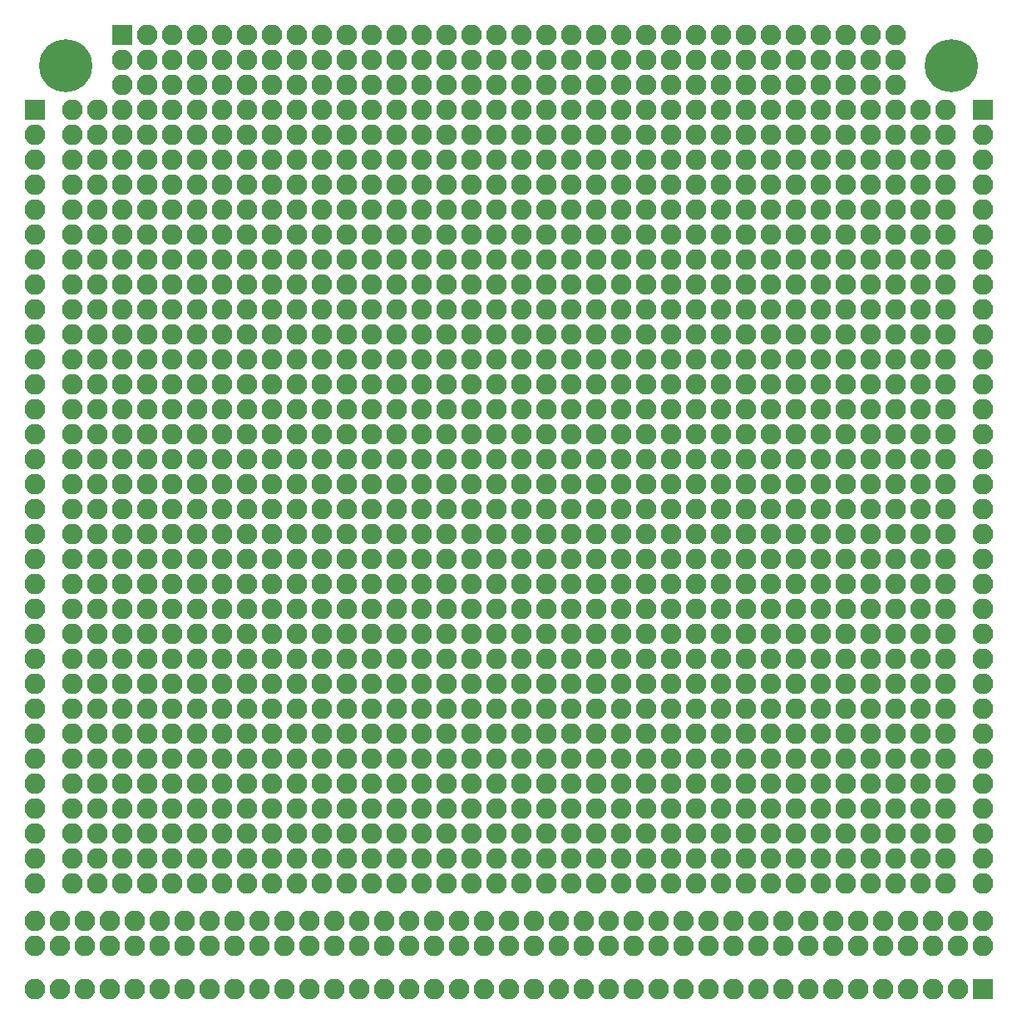
<source format=gts>
G04 #@! TF.FileFunction,Soldermask,Top*
%FSLAX46Y46*%
G04 Gerber Fmt 4.6, Leading zero omitted, Abs format (unit mm)*
G04 Created by KiCad (PCBNEW 4.0.7) date 02/09/19 17:10:25*
%MOMM*%
%LPD*%
G01*
G04 APERTURE LIST*
%ADD10C,0.100000*%
%ADD11R,2.100000X2.100000*%
%ADD12O,2.100000X2.100000*%
%ADD13C,5.400000*%
G04 APERTURE END LIST*
D10*
D11*
X110490000Y-42545000D03*
D12*
X113030000Y-42545000D03*
X115570000Y-42545000D03*
X118110000Y-42545000D03*
X120650000Y-42545000D03*
X123190000Y-42545000D03*
X125730000Y-42545000D03*
X128270000Y-42545000D03*
X130810000Y-42545000D03*
X133350000Y-42545000D03*
X135890000Y-42545000D03*
X138430000Y-42545000D03*
X140970000Y-42545000D03*
X143510000Y-42545000D03*
X146050000Y-42545000D03*
X148590000Y-42545000D03*
X151130000Y-42545000D03*
X153670000Y-42545000D03*
X156210000Y-42545000D03*
X158750000Y-42545000D03*
X161290000Y-42545000D03*
X163830000Y-42545000D03*
X166370000Y-42545000D03*
X168910000Y-42545000D03*
X171450000Y-42545000D03*
X173990000Y-42545000D03*
X176530000Y-42545000D03*
X179070000Y-42545000D03*
X181610000Y-42545000D03*
X184150000Y-42545000D03*
X186690000Y-42545000D03*
X189230000Y-42545000D03*
D11*
X198120000Y-139700000D03*
D12*
X195580000Y-139700000D03*
X193040000Y-139700000D03*
X190500000Y-139700000D03*
X187960000Y-139700000D03*
X185420000Y-139700000D03*
X182880000Y-139700000D03*
X180340000Y-139700000D03*
X177800000Y-139700000D03*
X175260000Y-139700000D03*
X172720000Y-139700000D03*
X170180000Y-139700000D03*
X167640000Y-139700000D03*
X165100000Y-139700000D03*
X162560000Y-139700000D03*
X160020000Y-139700000D03*
X157480000Y-139700000D03*
X154940000Y-139700000D03*
X152400000Y-139700000D03*
X149860000Y-139700000D03*
X147320000Y-139700000D03*
X144780000Y-139700000D03*
X142240000Y-139700000D03*
X139700000Y-139700000D03*
X137160000Y-139700000D03*
X134620000Y-139700000D03*
X132080000Y-139700000D03*
X129540000Y-139700000D03*
X127000000Y-139700000D03*
X124460000Y-139700000D03*
X121920000Y-139700000D03*
X119380000Y-139700000D03*
X116840000Y-139700000D03*
X114300000Y-139700000D03*
X111760000Y-139700000D03*
X109220000Y-139700000D03*
X106680000Y-139700000D03*
X104140000Y-139700000D03*
X101600000Y-139700000D03*
D13*
X194945000Y-45720000D03*
X104775000Y-45720000D03*
D11*
X198120000Y-50165000D03*
D12*
X198120000Y-52705000D03*
X198120000Y-55245000D03*
X198120000Y-57785000D03*
X198120000Y-60325000D03*
X198120000Y-62865000D03*
X198120000Y-65405000D03*
X198120000Y-67945000D03*
X198120000Y-70485000D03*
X198120000Y-73025000D03*
X198120000Y-75565000D03*
X198120000Y-78105000D03*
X198120000Y-80645000D03*
X198120000Y-83185000D03*
X198120000Y-85725000D03*
X198120000Y-88265000D03*
X198120000Y-90805000D03*
X198120000Y-93345000D03*
X198120000Y-95885000D03*
X198120000Y-98425000D03*
X198120000Y-100965000D03*
X198120000Y-103505000D03*
X198120000Y-106045000D03*
X198120000Y-108585000D03*
X198120000Y-111125000D03*
X198120000Y-113665000D03*
X198120000Y-116205000D03*
X198120000Y-118745000D03*
X198120000Y-121285000D03*
X198120000Y-123825000D03*
X198120000Y-126365000D03*
X198120000Y-128905000D03*
D11*
X101600000Y-50165000D03*
D12*
X101600000Y-52705000D03*
X101600000Y-55245000D03*
X101600000Y-57785000D03*
X101600000Y-60325000D03*
X101600000Y-62865000D03*
X101600000Y-65405000D03*
X101600000Y-67945000D03*
X101600000Y-70485000D03*
X101600000Y-73025000D03*
X101600000Y-75565000D03*
X101600000Y-78105000D03*
X101600000Y-80645000D03*
X101600000Y-83185000D03*
X101600000Y-85725000D03*
X101600000Y-88265000D03*
X101600000Y-90805000D03*
X101600000Y-93345000D03*
X101600000Y-95885000D03*
X101600000Y-98425000D03*
X101600000Y-100965000D03*
X101600000Y-103505000D03*
X101600000Y-106045000D03*
X101600000Y-108585000D03*
X101600000Y-111125000D03*
X101600000Y-113665000D03*
X101600000Y-116205000D03*
X101600000Y-118745000D03*
X101600000Y-121285000D03*
X101600000Y-123825000D03*
X101600000Y-126365000D03*
X101600000Y-128905000D03*
X107950000Y-50165000D03*
X107950000Y-52705000D03*
X107950000Y-55245000D03*
X107950000Y-57785000D03*
X107950000Y-60325000D03*
X107950000Y-62865000D03*
X107950000Y-65405000D03*
X107950000Y-67945000D03*
X107950000Y-70485000D03*
X107950000Y-73025000D03*
X107950000Y-75565000D03*
X107950000Y-78105000D03*
X107950000Y-80645000D03*
X107950000Y-83185000D03*
X107950000Y-85725000D03*
X107950000Y-88265000D03*
X107950000Y-90805000D03*
X107950000Y-93345000D03*
X107950000Y-95885000D03*
X107950000Y-98425000D03*
X107950000Y-100965000D03*
X107950000Y-103505000D03*
X107950000Y-106045000D03*
X107950000Y-108585000D03*
X107950000Y-111125000D03*
X107950000Y-113665000D03*
X107950000Y-116205000D03*
X107950000Y-118745000D03*
X107950000Y-121285000D03*
X107950000Y-123825000D03*
X107950000Y-126365000D03*
X107950000Y-128905000D03*
X110490000Y-45085000D03*
X110490000Y-47625000D03*
X110490000Y-50165000D03*
X110490000Y-52705000D03*
X110490000Y-55245000D03*
X110490000Y-57785000D03*
X110490000Y-60325000D03*
X110490000Y-62865000D03*
X110490000Y-65405000D03*
X110490000Y-67945000D03*
X110490000Y-70485000D03*
X110490000Y-73025000D03*
X110490000Y-75565000D03*
X110490000Y-78105000D03*
X110490000Y-80645000D03*
X110490000Y-83185000D03*
X110490000Y-85725000D03*
X110490000Y-88265000D03*
X110490000Y-90805000D03*
X110490000Y-93345000D03*
X110490000Y-95885000D03*
X110490000Y-98425000D03*
X110490000Y-100965000D03*
X110490000Y-103505000D03*
X110490000Y-106045000D03*
X110490000Y-108585000D03*
X110490000Y-111125000D03*
X110490000Y-113665000D03*
X110490000Y-116205000D03*
X110490000Y-118745000D03*
X110490000Y-121285000D03*
X110490000Y-123825000D03*
X110490000Y-126365000D03*
X110490000Y-128905000D03*
X105410000Y-50165000D03*
X105410000Y-52705000D03*
X105410000Y-55245000D03*
X105410000Y-57785000D03*
X105410000Y-60325000D03*
X105410000Y-62865000D03*
X105410000Y-65405000D03*
X105410000Y-67945000D03*
X105410000Y-70485000D03*
X105410000Y-73025000D03*
X105410000Y-75565000D03*
X105410000Y-78105000D03*
X105410000Y-80645000D03*
X105410000Y-83185000D03*
X105410000Y-85725000D03*
X105410000Y-88265000D03*
X105410000Y-90805000D03*
X105410000Y-93345000D03*
X105410000Y-95885000D03*
X105410000Y-98425000D03*
X105410000Y-100965000D03*
X105410000Y-103505000D03*
X105410000Y-106045000D03*
X105410000Y-108585000D03*
X105410000Y-111125000D03*
X105410000Y-113665000D03*
X105410000Y-116205000D03*
X105410000Y-118745000D03*
X105410000Y-121285000D03*
X105410000Y-123825000D03*
X105410000Y-126365000D03*
X105410000Y-128905000D03*
X194310000Y-50165000D03*
X194310000Y-52705000D03*
X194310000Y-55245000D03*
X194310000Y-57785000D03*
X194310000Y-60325000D03*
X194310000Y-62865000D03*
X194310000Y-65405000D03*
X194310000Y-67945000D03*
X194310000Y-70485000D03*
X194310000Y-73025000D03*
X194310000Y-75565000D03*
X194310000Y-78105000D03*
X194310000Y-80645000D03*
X194310000Y-83185000D03*
X194310000Y-85725000D03*
X194310000Y-88265000D03*
X194310000Y-90805000D03*
X194310000Y-93345000D03*
X194310000Y-95885000D03*
X194310000Y-98425000D03*
X194310000Y-100965000D03*
X194310000Y-103505000D03*
X194310000Y-106045000D03*
X194310000Y-108585000D03*
X194310000Y-111125000D03*
X194310000Y-113665000D03*
X194310000Y-116205000D03*
X194310000Y-118745000D03*
X194310000Y-121285000D03*
X194310000Y-123825000D03*
X194310000Y-126365000D03*
X194310000Y-128905000D03*
X191770000Y-50165000D03*
X191770000Y-52705000D03*
X191770000Y-55245000D03*
X191770000Y-57785000D03*
X191770000Y-60325000D03*
X191770000Y-62865000D03*
X191770000Y-65405000D03*
X191770000Y-67945000D03*
X191770000Y-70485000D03*
X191770000Y-73025000D03*
X191770000Y-75565000D03*
X191770000Y-78105000D03*
X191770000Y-80645000D03*
X191770000Y-83185000D03*
X191770000Y-85725000D03*
X191770000Y-88265000D03*
X191770000Y-90805000D03*
X191770000Y-93345000D03*
X191770000Y-95885000D03*
X191770000Y-98425000D03*
X191770000Y-100965000D03*
X191770000Y-103505000D03*
X191770000Y-106045000D03*
X191770000Y-108585000D03*
X191770000Y-111125000D03*
X191770000Y-113665000D03*
X191770000Y-116205000D03*
X191770000Y-118745000D03*
X191770000Y-121285000D03*
X191770000Y-123825000D03*
X191770000Y-126365000D03*
X191770000Y-128905000D03*
X113030000Y-45085000D03*
X113030000Y-47625000D03*
X113030000Y-50165000D03*
X113030000Y-52705000D03*
X113030000Y-55245000D03*
X113030000Y-57785000D03*
X113030000Y-60325000D03*
X113030000Y-62865000D03*
X113030000Y-65405000D03*
X113030000Y-67945000D03*
X113030000Y-70485000D03*
X113030000Y-73025000D03*
X113030000Y-75565000D03*
X113030000Y-78105000D03*
X113030000Y-80645000D03*
X113030000Y-83185000D03*
X113030000Y-85725000D03*
X113030000Y-88265000D03*
X113030000Y-90805000D03*
X113030000Y-93345000D03*
X113030000Y-95885000D03*
X113030000Y-98425000D03*
X113030000Y-100965000D03*
X113030000Y-103505000D03*
X113030000Y-106045000D03*
X113030000Y-108585000D03*
X113030000Y-111125000D03*
X113030000Y-113665000D03*
X113030000Y-116205000D03*
X113030000Y-118745000D03*
X113030000Y-121285000D03*
X113030000Y-123825000D03*
X113030000Y-126365000D03*
X113030000Y-128905000D03*
X115570000Y-45085000D03*
X115570000Y-47625000D03*
X115570000Y-50165000D03*
X115570000Y-52705000D03*
X115570000Y-55245000D03*
X115570000Y-57785000D03*
X115570000Y-60325000D03*
X115570000Y-62865000D03*
X115570000Y-65405000D03*
X115570000Y-67945000D03*
X115570000Y-70485000D03*
X115570000Y-73025000D03*
X115570000Y-75565000D03*
X115570000Y-78105000D03*
X115570000Y-80645000D03*
X115570000Y-83185000D03*
X115570000Y-85725000D03*
X115570000Y-88265000D03*
X115570000Y-90805000D03*
X115570000Y-93345000D03*
X115570000Y-95885000D03*
X115570000Y-98425000D03*
X115570000Y-100965000D03*
X115570000Y-103505000D03*
X115570000Y-106045000D03*
X115570000Y-108585000D03*
X115570000Y-111125000D03*
X115570000Y-113665000D03*
X115570000Y-116205000D03*
X115570000Y-118745000D03*
X115570000Y-121285000D03*
X115570000Y-123825000D03*
X115570000Y-126365000D03*
X115570000Y-128905000D03*
X118110000Y-45085000D03*
X118110000Y-47625000D03*
X118110000Y-50165000D03*
X118110000Y-52705000D03*
X118110000Y-55245000D03*
X118110000Y-57785000D03*
X118110000Y-60325000D03*
X118110000Y-62865000D03*
X118110000Y-65405000D03*
X118110000Y-67945000D03*
X118110000Y-70485000D03*
X118110000Y-73025000D03*
X118110000Y-75565000D03*
X118110000Y-78105000D03*
X118110000Y-80645000D03*
X118110000Y-83185000D03*
X118110000Y-85725000D03*
X118110000Y-88265000D03*
X118110000Y-90805000D03*
X118110000Y-93345000D03*
X118110000Y-95885000D03*
X118110000Y-98425000D03*
X118110000Y-100965000D03*
X118110000Y-103505000D03*
X118110000Y-106045000D03*
X118110000Y-108585000D03*
X118110000Y-111125000D03*
X118110000Y-113665000D03*
X118110000Y-116205000D03*
X118110000Y-118745000D03*
X118110000Y-121285000D03*
X118110000Y-123825000D03*
X118110000Y-126365000D03*
X118110000Y-128905000D03*
X120650000Y-45085000D03*
X120650000Y-47625000D03*
X120650000Y-50165000D03*
X120650000Y-52705000D03*
X120650000Y-55245000D03*
X120650000Y-57785000D03*
X120650000Y-60325000D03*
X120650000Y-62865000D03*
X120650000Y-65405000D03*
X120650000Y-67945000D03*
X120650000Y-70485000D03*
X120650000Y-73025000D03*
X120650000Y-75565000D03*
X120650000Y-78105000D03*
X120650000Y-80645000D03*
X120650000Y-83185000D03*
X120650000Y-85725000D03*
X120650000Y-88265000D03*
X120650000Y-90805000D03*
X120650000Y-93345000D03*
X120650000Y-95885000D03*
X120650000Y-98425000D03*
X120650000Y-100965000D03*
X120650000Y-103505000D03*
X120650000Y-106045000D03*
X120650000Y-108585000D03*
X120650000Y-111125000D03*
X120650000Y-113665000D03*
X120650000Y-116205000D03*
X120650000Y-118745000D03*
X120650000Y-121285000D03*
X120650000Y-123825000D03*
X120650000Y-126365000D03*
X120650000Y-128905000D03*
X123190000Y-45085000D03*
X123190000Y-47625000D03*
X123190000Y-50165000D03*
X123190000Y-52705000D03*
X123190000Y-55245000D03*
X123190000Y-57785000D03*
X123190000Y-60325000D03*
X123190000Y-62865000D03*
X123190000Y-65405000D03*
X123190000Y-67945000D03*
X123190000Y-70485000D03*
X123190000Y-73025000D03*
X123190000Y-75565000D03*
X123190000Y-78105000D03*
X123190000Y-80645000D03*
X123190000Y-83185000D03*
X123190000Y-85725000D03*
X123190000Y-88265000D03*
X123190000Y-90805000D03*
X123190000Y-93345000D03*
X123190000Y-95885000D03*
X123190000Y-98425000D03*
X123190000Y-100965000D03*
X123190000Y-103505000D03*
X123190000Y-106045000D03*
X123190000Y-108585000D03*
X123190000Y-111125000D03*
X123190000Y-113665000D03*
X123190000Y-116205000D03*
X123190000Y-118745000D03*
X123190000Y-121285000D03*
X123190000Y-123825000D03*
X123190000Y-126365000D03*
X123190000Y-128905000D03*
X125730000Y-45085000D03*
X125730000Y-47625000D03*
X125730000Y-50165000D03*
X125730000Y-52705000D03*
X125730000Y-55245000D03*
X125730000Y-57785000D03*
X125730000Y-60325000D03*
X125730000Y-62865000D03*
X125730000Y-65405000D03*
X125730000Y-67945000D03*
X125730000Y-70485000D03*
X125730000Y-73025000D03*
X125730000Y-75565000D03*
X125730000Y-78105000D03*
X125730000Y-80645000D03*
X125730000Y-83185000D03*
X125730000Y-85725000D03*
X125730000Y-88265000D03*
X125730000Y-90805000D03*
X125730000Y-93345000D03*
X125730000Y-95885000D03*
X125730000Y-98425000D03*
X125730000Y-100965000D03*
X125730000Y-103505000D03*
X125730000Y-106045000D03*
X125730000Y-108585000D03*
X125730000Y-111125000D03*
X125730000Y-113665000D03*
X125730000Y-116205000D03*
X125730000Y-118745000D03*
X125730000Y-121285000D03*
X125730000Y-123825000D03*
X125730000Y-126365000D03*
X125730000Y-128905000D03*
X128270000Y-45085000D03*
X128270000Y-47625000D03*
X128270000Y-50165000D03*
X128270000Y-52705000D03*
X128270000Y-55245000D03*
X128270000Y-57785000D03*
X128270000Y-60325000D03*
X128270000Y-62865000D03*
X128270000Y-65405000D03*
X128270000Y-67945000D03*
X128270000Y-70485000D03*
X128270000Y-73025000D03*
X128270000Y-75565000D03*
X128270000Y-78105000D03*
X128270000Y-80645000D03*
X128270000Y-83185000D03*
X128270000Y-85725000D03*
X128270000Y-88265000D03*
X128270000Y-90805000D03*
X128270000Y-93345000D03*
X128270000Y-95885000D03*
X128270000Y-98425000D03*
X128270000Y-100965000D03*
X128270000Y-103505000D03*
X128270000Y-106045000D03*
X128270000Y-108585000D03*
X128270000Y-111125000D03*
X128270000Y-113665000D03*
X128270000Y-116205000D03*
X128270000Y-118745000D03*
X128270000Y-121285000D03*
X128270000Y-123825000D03*
X128270000Y-126365000D03*
X128270000Y-128905000D03*
X130810000Y-45085000D03*
X130810000Y-47625000D03*
X130810000Y-50165000D03*
X130810000Y-52705000D03*
X130810000Y-55245000D03*
X130810000Y-57785000D03*
X130810000Y-60325000D03*
X130810000Y-62865000D03*
X130810000Y-65405000D03*
X130810000Y-67945000D03*
X130810000Y-70485000D03*
X130810000Y-73025000D03*
X130810000Y-75565000D03*
X130810000Y-78105000D03*
X130810000Y-80645000D03*
X130810000Y-83185000D03*
X130810000Y-85725000D03*
X130810000Y-88265000D03*
X130810000Y-90805000D03*
X130810000Y-93345000D03*
X130810000Y-95885000D03*
X130810000Y-98425000D03*
X130810000Y-100965000D03*
X130810000Y-103505000D03*
X130810000Y-106045000D03*
X130810000Y-108585000D03*
X130810000Y-111125000D03*
X130810000Y-113665000D03*
X130810000Y-116205000D03*
X130810000Y-118745000D03*
X130810000Y-121285000D03*
X130810000Y-123825000D03*
X130810000Y-126365000D03*
X130810000Y-128905000D03*
X133350000Y-45085000D03*
X133350000Y-47625000D03*
X133350000Y-50165000D03*
X133350000Y-52705000D03*
X133350000Y-55245000D03*
X133350000Y-57785000D03*
X133350000Y-60325000D03*
X133350000Y-62865000D03*
X133350000Y-65405000D03*
X133350000Y-67945000D03*
X133350000Y-70485000D03*
X133350000Y-73025000D03*
X133350000Y-75565000D03*
X133350000Y-78105000D03*
X133350000Y-80645000D03*
X133350000Y-83185000D03*
X133350000Y-85725000D03*
X133350000Y-88265000D03*
X133350000Y-90805000D03*
X133350000Y-93345000D03*
X133350000Y-95885000D03*
X133350000Y-98425000D03*
X133350000Y-100965000D03*
X133350000Y-103505000D03*
X133350000Y-106045000D03*
X133350000Y-108585000D03*
X133350000Y-111125000D03*
X133350000Y-113665000D03*
X133350000Y-116205000D03*
X133350000Y-118745000D03*
X133350000Y-121285000D03*
X133350000Y-123825000D03*
X133350000Y-126365000D03*
X133350000Y-128905000D03*
X135890000Y-45085000D03*
X135890000Y-47625000D03*
X135890000Y-50165000D03*
X135890000Y-52705000D03*
X135890000Y-55245000D03*
X135890000Y-57785000D03*
X135890000Y-60325000D03*
X135890000Y-62865000D03*
X135890000Y-65405000D03*
X135890000Y-67945000D03*
X135890000Y-70485000D03*
X135890000Y-73025000D03*
X135890000Y-75565000D03*
X135890000Y-78105000D03*
X135890000Y-80645000D03*
X135890000Y-83185000D03*
X135890000Y-85725000D03*
X135890000Y-88265000D03*
X135890000Y-90805000D03*
X135890000Y-93345000D03*
X135890000Y-95885000D03*
X135890000Y-98425000D03*
X135890000Y-100965000D03*
X135890000Y-103505000D03*
X135890000Y-106045000D03*
X135890000Y-108585000D03*
X135890000Y-111125000D03*
X135890000Y-113665000D03*
X135890000Y-116205000D03*
X135890000Y-118745000D03*
X135890000Y-121285000D03*
X135890000Y-123825000D03*
X135890000Y-126365000D03*
X135890000Y-128905000D03*
X138430000Y-45085000D03*
X138430000Y-47625000D03*
X138430000Y-50165000D03*
X138430000Y-52705000D03*
X138430000Y-55245000D03*
X138430000Y-57785000D03*
X138430000Y-60325000D03*
X138430000Y-62865000D03*
X138430000Y-65405000D03*
X138430000Y-67945000D03*
X138430000Y-70485000D03*
X138430000Y-73025000D03*
X138430000Y-75565000D03*
X138430000Y-78105000D03*
X138430000Y-80645000D03*
X138430000Y-83185000D03*
X138430000Y-85725000D03*
X138430000Y-88265000D03*
X138430000Y-90805000D03*
X138430000Y-93345000D03*
X138430000Y-95885000D03*
X138430000Y-98425000D03*
X138430000Y-100965000D03*
X138430000Y-103505000D03*
X138430000Y-106045000D03*
X138430000Y-108585000D03*
X138430000Y-111125000D03*
X138430000Y-113665000D03*
X138430000Y-116205000D03*
X138430000Y-118745000D03*
X138430000Y-121285000D03*
X138430000Y-123825000D03*
X138430000Y-126365000D03*
X138430000Y-128905000D03*
X140970000Y-45085000D03*
X140970000Y-47625000D03*
X140970000Y-50165000D03*
X140970000Y-52705000D03*
X140970000Y-55245000D03*
X140970000Y-57785000D03*
X140970000Y-60325000D03*
X140970000Y-62865000D03*
X140970000Y-65405000D03*
X140970000Y-67945000D03*
X140970000Y-70485000D03*
X140970000Y-73025000D03*
X140970000Y-75565000D03*
X140970000Y-78105000D03*
X140970000Y-80645000D03*
X140970000Y-83185000D03*
X140970000Y-85725000D03*
X140970000Y-88265000D03*
X140970000Y-90805000D03*
X140970000Y-93345000D03*
X140970000Y-95885000D03*
X140970000Y-98425000D03*
X140970000Y-100965000D03*
X140970000Y-103505000D03*
X140970000Y-106045000D03*
X140970000Y-108585000D03*
X140970000Y-111125000D03*
X140970000Y-113665000D03*
X140970000Y-116205000D03*
X140970000Y-118745000D03*
X140970000Y-121285000D03*
X140970000Y-123825000D03*
X140970000Y-126365000D03*
X140970000Y-128905000D03*
X143510000Y-45085000D03*
X143510000Y-47625000D03*
X143510000Y-50165000D03*
X143510000Y-52705000D03*
X143510000Y-55245000D03*
X143510000Y-57785000D03*
X143510000Y-60325000D03*
X143510000Y-62865000D03*
X143510000Y-65405000D03*
X143510000Y-67945000D03*
X143510000Y-70485000D03*
X143510000Y-73025000D03*
X143510000Y-75565000D03*
X143510000Y-78105000D03*
X143510000Y-80645000D03*
X143510000Y-83185000D03*
X143510000Y-85725000D03*
X143510000Y-88265000D03*
X143510000Y-90805000D03*
X143510000Y-93345000D03*
X143510000Y-95885000D03*
X143510000Y-98425000D03*
X143510000Y-100965000D03*
X143510000Y-103505000D03*
X143510000Y-106045000D03*
X143510000Y-108585000D03*
X143510000Y-111125000D03*
X143510000Y-113665000D03*
X143510000Y-116205000D03*
X143510000Y-118745000D03*
X143510000Y-121285000D03*
X143510000Y-123825000D03*
X143510000Y-126365000D03*
X143510000Y-128905000D03*
X146050000Y-45085000D03*
X146050000Y-47625000D03*
X146050000Y-50165000D03*
X146050000Y-52705000D03*
X146050000Y-55245000D03*
X146050000Y-57785000D03*
X146050000Y-60325000D03*
X146050000Y-62865000D03*
X146050000Y-65405000D03*
X146050000Y-67945000D03*
X146050000Y-70485000D03*
X146050000Y-73025000D03*
X146050000Y-75565000D03*
X146050000Y-78105000D03*
X146050000Y-80645000D03*
X146050000Y-83185000D03*
X146050000Y-85725000D03*
X146050000Y-88265000D03*
X146050000Y-90805000D03*
X146050000Y-93345000D03*
X146050000Y-95885000D03*
X146050000Y-98425000D03*
X146050000Y-100965000D03*
X146050000Y-103505000D03*
X146050000Y-106045000D03*
X146050000Y-108585000D03*
X146050000Y-111125000D03*
X146050000Y-113665000D03*
X146050000Y-116205000D03*
X146050000Y-118745000D03*
X146050000Y-121285000D03*
X146050000Y-123825000D03*
X146050000Y-126365000D03*
X146050000Y-128905000D03*
X148590000Y-45085000D03*
X148590000Y-47625000D03*
X148590000Y-50165000D03*
X148590000Y-52705000D03*
X148590000Y-55245000D03*
X148590000Y-57785000D03*
X148590000Y-60325000D03*
X148590000Y-62865000D03*
X148590000Y-65405000D03*
X148590000Y-67945000D03*
X148590000Y-70485000D03*
X148590000Y-73025000D03*
X148590000Y-75565000D03*
X148590000Y-78105000D03*
X148590000Y-80645000D03*
X148590000Y-83185000D03*
X148590000Y-85725000D03*
X148590000Y-88265000D03*
X148590000Y-90805000D03*
X148590000Y-93345000D03*
X148590000Y-95885000D03*
X148590000Y-98425000D03*
X148590000Y-100965000D03*
X148590000Y-103505000D03*
X148590000Y-106045000D03*
X148590000Y-108585000D03*
X148590000Y-111125000D03*
X148590000Y-113665000D03*
X148590000Y-116205000D03*
X148590000Y-118745000D03*
X148590000Y-121285000D03*
X148590000Y-123825000D03*
X148590000Y-126365000D03*
X148590000Y-128905000D03*
X151130000Y-45085000D03*
X151130000Y-47625000D03*
X151130000Y-50165000D03*
X151130000Y-52705000D03*
X151130000Y-55245000D03*
X151130000Y-57785000D03*
X151130000Y-60325000D03*
X151130000Y-62865000D03*
X151130000Y-65405000D03*
X151130000Y-67945000D03*
X151130000Y-70485000D03*
X151130000Y-73025000D03*
X151130000Y-75565000D03*
X151130000Y-78105000D03*
X151130000Y-80645000D03*
X151130000Y-83185000D03*
X151130000Y-85725000D03*
X151130000Y-88265000D03*
X151130000Y-90805000D03*
X151130000Y-93345000D03*
X151130000Y-95885000D03*
X151130000Y-98425000D03*
X151130000Y-100965000D03*
X151130000Y-103505000D03*
X151130000Y-106045000D03*
X151130000Y-108585000D03*
X151130000Y-111125000D03*
X151130000Y-113665000D03*
X151130000Y-116205000D03*
X151130000Y-118745000D03*
X151130000Y-121285000D03*
X151130000Y-123825000D03*
X151130000Y-126365000D03*
X151130000Y-128905000D03*
X153670000Y-45085000D03*
X153670000Y-47625000D03*
X153670000Y-50165000D03*
X153670000Y-52705000D03*
X153670000Y-55245000D03*
X153670000Y-57785000D03*
X153670000Y-60325000D03*
X153670000Y-62865000D03*
X153670000Y-65405000D03*
X153670000Y-67945000D03*
X153670000Y-70485000D03*
X153670000Y-73025000D03*
X153670000Y-75565000D03*
X153670000Y-78105000D03*
X153670000Y-80645000D03*
X153670000Y-83185000D03*
X153670000Y-85725000D03*
X153670000Y-88265000D03*
X153670000Y-90805000D03*
X153670000Y-93345000D03*
X153670000Y-95885000D03*
X153670000Y-98425000D03*
X153670000Y-100965000D03*
X153670000Y-103505000D03*
X153670000Y-106045000D03*
X153670000Y-108585000D03*
X153670000Y-111125000D03*
X153670000Y-113665000D03*
X153670000Y-116205000D03*
X153670000Y-118745000D03*
X153670000Y-121285000D03*
X153670000Y-123825000D03*
X153670000Y-126365000D03*
X153670000Y-128905000D03*
X156210000Y-45085000D03*
X156210000Y-47625000D03*
X156210000Y-50165000D03*
X156210000Y-52705000D03*
X156210000Y-55245000D03*
X156210000Y-57785000D03*
X156210000Y-60325000D03*
X156210000Y-62865000D03*
X156210000Y-65405000D03*
X156210000Y-67945000D03*
X156210000Y-70485000D03*
X156210000Y-73025000D03*
X156210000Y-75565000D03*
X156210000Y-78105000D03*
X156210000Y-80645000D03*
X156210000Y-83185000D03*
X156210000Y-85725000D03*
X156210000Y-88265000D03*
X156210000Y-90805000D03*
X156210000Y-93345000D03*
X156210000Y-95885000D03*
X156210000Y-98425000D03*
X156210000Y-100965000D03*
X156210000Y-103505000D03*
X156210000Y-106045000D03*
X156210000Y-108585000D03*
X156210000Y-111125000D03*
X156210000Y-113665000D03*
X156210000Y-116205000D03*
X156210000Y-118745000D03*
X156210000Y-121285000D03*
X156210000Y-123825000D03*
X156210000Y-126365000D03*
X156210000Y-128905000D03*
X158750000Y-45085000D03*
X158750000Y-47625000D03*
X158750000Y-50165000D03*
X158750000Y-52705000D03*
X158750000Y-55245000D03*
X158750000Y-57785000D03*
X158750000Y-60325000D03*
X158750000Y-62865000D03*
X158750000Y-65405000D03*
X158750000Y-67945000D03*
X158750000Y-70485000D03*
X158750000Y-73025000D03*
X158750000Y-75565000D03*
X158750000Y-78105000D03*
X158750000Y-80645000D03*
X158750000Y-83185000D03*
X158750000Y-85725000D03*
X158750000Y-88265000D03*
X158750000Y-90805000D03*
X158750000Y-93345000D03*
X158750000Y-95885000D03*
X158750000Y-98425000D03*
X158750000Y-100965000D03*
X158750000Y-103505000D03*
X158750000Y-106045000D03*
X158750000Y-108585000D03*
X158750000Y-111125000D03*
X158750000Y-113665000D03*
X158750000Y-116205000D03*
X158750000Y-118745000D03*
X158750000Y-121285000D03*
X158750000Y-123825000D03*
X158750000Y-126365000D03*
X158750000Y-128905000D03*
X161290000Y-45085000D03*
X161290000Y-47625000D03*
X161290000Y-50165000D03*
X161290000Y-52705000D03*
X161290000Y-55245000D03*
X161290000Y-57785000D03*
X161290000Y-60325000D03*
X161290000Y-62865000D03*
X161290000Y-65405000D03*
X161290000Y-67945000D03*
X161290000Y-70485000D03*
X161290000Y-73025000D03*
X161290000Y-75565000D03*
X161290000Y-78105000D03*
X161290000Y-80645000D03*
X161290000Y-83185000D03*
X161290000Y-85725000D03*
X161290000Y-88265000D03*
X161290000Y-90805000D03*
X161290000Y-93345000D03*
X161290000Y-95885000D03*
X161290000Y-98425000D03*
X161290000Y-100965000D03*
X161290000Y-103505000D03*
X161290000Y-106045000D03*
X161290000Y-108585000D03*
X161290000Y-111125000D03*
X161290000Y-113665000D03*
X161290000Y-116205000D03*
X161290000Y-118745000D03*
X161290000Y-121285000D03*
X161290000Y-123825000D03*
X161290000Y-126365000D03*
X161290000Y-128905000D03*
X163830000Y-45085000D03*
X163830000Y-47625000D03*
X163830000Y-50165000D03*
X163830000Y-52705000D03*
X163830000Y-55245000D03*
X163830000Y-57785000D03*
X163830000Y-60325000D03*
X163830000Y-62865000D03*
X163830000Y-65405000D03*
X163830000Y-67945000D03*
X163830000Y-70485000D03*
X163830000Y-73025000D03*
X163830000Y-75565000D03*
X163830000Y-78105000D03*
X163830000Y-80645000D03*
X163830000Y-83185000D03*
X163830000Y-85725000D03*
X163830000Y-88265000D03*
X163830000Y-90805000D03*
X163830000Y-93345000D03*
X163830000Y-95885000D03*
X163830000Y-98425000D03*
X163830000Y-100965000D03*
X163830000Y-103505000D03*
X163830000Y-106045000D03*
X163830000Y-108585000D03*
X163830000Y-111125000D03*
X163830000Y-113665000D03*
X163830000Y-116205000D03*
X163830000Y-118745000D03*
X163830000Y-121285000D03*
X163830000Y-123825000D03*
X163830000Y-126365000D03*
X163830000Y-128905000D03*
X166370000Y-45085000D03*
X166370000Y-47625000D03*
X166370000Y-50165000D03*
X166370000Y-52705000D03*
X166370000Y-55245000D03*
X166370000Y-57785000D03*
X166370000Y-60325000D03*
X166370000Y-62865000D03*
X166370000Y-65405000D03*
X166370000Y-67945000D03*
X166370000Y-70485000D03*
X166370000Y-73025000D03*
X166370000Y-75565000D03*
X166370000Y-78105000D03*
X166370000Y-80645000D03*
X166370000Y-83185000D03*
X166370000Y-85725000D03*
X166370000Y-88265000D03*
X166370000Y-90805000D03*
X166370000Y-93345000D03*
X166370000Y-95885000D03*
X166370000Y-98425000D03*
X166370000Y-100965000D03*
X166370000Y-103505000D03*
X166370000Y-106045000D03*
X166370000Y-108585000D03*
X166370000Y-111125000D03*
X166370000Y-113665000D03*
X166370000Y-116205000D03*
X166370000Y-118745000D03*
X166370000Y-121285000D03*
X166370000Y-123825000D03*
X166370000Y-126365000D03*
X166370000Y-128905000D03*
X168910000Y-45085000D03*
X168910000Y-47625000D03*
X168910000Y-50165000D03*
X168910000Y-52705000D03*
X168910000Y-55245000D03*
X168910000Y-57785000D03*
X168910000Y-60325000D03*
X168910000Y-62865000D03*
X168910000Y-65405000D03*
X168910000Y-67945000D03*
X168910000Y-70485000D03*
X168910000Y-73025000D03*
X168910000Y-75565000D03*
X168910000Y-78105000D03*
X168910000Y-80645000D03*
X168910000Y-83185000D03*
X168910000Y-85725000D03*
X168910000Y-88265000D03*
X168910000Y-90805000D03*
X168910000Y-93345000D03*
X168910000Y-95885000D03*
X168910000Y-98425000D03*
X168910000Y-100965000D03*
X168910000Y-103505000D03*
X168910000Y-106045000D03*
X168910000Y-108585000D03*
X168910000Y-111125000D03*
X168910000Y-113665000D03*
X168910000Y-116205000D03*
X168910000Y-118745000D03*
X168910000Y-121285000D03*
X168910000Y-123825000D03*
X168910000Y-126365000D03*
X168910000Y-128905000D03*
X171450000Y-45085000D03*
X171450000Y-47625000D03*
X171450000Y-50165000D03*
X171450000Y-52705000D03*
X171450000Y-55245000D03*
X171450000Y-57785000D03*
X171450000Y-60325000D03*
X171450000Y-62865000D03*
X171450000Y-65405000D03*
X171450000Y-67945000D03*
X171450000Y-70485000D03*
X171450000Y-73025000D03*
X171450000Y-75565000D03*
X171450000Y-78105000D03*
X171450000Y-80645000D03*
X171450000Y-83185000D03*
X171450000Y-85725000D03*
X171450000Y-88265000D03*
X171450000Y-90805000D03*
X171450000Y-93345000D03*
X171450000Y-95885000D03*
X171450000Y-98425000D03*
X171450000Y-100965000D03*
X171450000Y-103505000D03*
X171450000Y-106045000D03*
X171450000Y-108585000D03*
X171450000Y-111125000D03*
X171450000Y-113665000D03*
X171450000Y-116205000D03*
X171450000Y-118745000D03*
X171450000Y-121285000D03*
X171450000Y-123825000D03*
X171450000Y-126365000D03*
X171450000Y-128905000D03*
X173990000Y-45085000D03*
X173990000Y-47625000D03*
X173990000Y-50165000D03*
X173990000Y-52705000D03*
X173990000Y-55245000D03*
X173990000Y-57785000D03*
X173990000Y-60325000D03*
X173990000Y-62865000D03*
X173990000Y-65405000D03*
X173990000Y-67945000D03*
X173990000Y-70485000D03*
X173990000Y-73025000D03*
X173990000Y-75565000D03*
X173990000Y-78105000D03*
X173990000Y-80645000D03*
X173990000Y-83185000D03*
X173990000Y-85725000D03*
X173990000Y-88265000D03*
X173990000Y-90805000D03*
X173990000Y-93345000D03*
X173990000Y-95885000D03*
X173990000Y-98425000D03*
X173990000Y-100965000D03*
X173990000Y-103505000D03*
X173990000Y-106045000D03*
X173990000Y-108585000D03*
X173990000Y-111125000D03*
X173990000Y-113665000D03*
X173990000Y-116205000D03*
X173990000Y-118745000D03*
X173990000Y-121285000D03*
X173990000Y-123825000D03*
X173990000Y-126365000D03*
X173990000Y-128905000D03*
X176530000Y-45085000D03*
X176530000Y-47625000D03*
X176530000Y-50165000D03*
X176530000Y-52705000D03*
X176530000Y-55245000D03*
X176530000Y-57785000D03*
X176530000Y-60325000D03*
X176530000Y-62865000D03*
X176530000Y-65405000D03*
X176530000Y-67945000D03*
X176530000Y-70485000D03*
X176530000Y-73025000D03*
X176530000Y-75565000D03*
X176530000Y-78105000D03*
X176530000Y-80645000D03*
X176530000Y-83185000D03*
X176530000Y-85725000D03*
X176530000Y-88265000D03*
X176530000Y-90805000D03*
X176530000Y-93345000D03*
X176530000Y-95885000D03*
X176530000Y-98425000D03*
X176530000Y-100965000D03*
X176530000Y-103505000D03*
X176530000Y-106045000D03*
X176530000Y-108585000D03*
X176530000Y-111125000D03*
X176530000Y-113665000D03*
X176530000Y-116205000D03*
X176530000Y-118745000D03*
X176530000Y-121285000D03*
X176530000Y-123825000D03*
X176530000Y-126365000D03*
X176530000Y-128905000D03*
X179070000Y-45085000D03*
X179070000Y-47625000D03*
X179070000Y-50165000D03*
X179070000Y-52705000D03*
X179070000Y-55245000D03*
X179070000Y-57785000D03*
X179070000Y-60325000D03*
X179070000Y-62865000D03*
X179070000Y-65405000D03*
X179070000Y-67945000D03*
X179070000Y-70485000D03*
X179070000Y-73025000D03*
X179070000Y-75565000D03*
X179070000Y-78105000D03*
X179070000Y-80645000D03*
X179070000Y-83185000D03*
X179070000Y-85725000D03*
X179070000Y-88265000D03*
X179070000Y-90805000D03*
X179070000Y-93345000D03*
X179070000Y-95885000D03*
X179070000Y-98425000D03*
X179070000Y-100965000D03*
X179070000Y-103505000D03*
X179070000Y-106045000D03*
X179070000Y-108585000D03*
X179070000Y-111125000D03*
X179070000Y-113665000D03*
X179070000Y-116205000D03*
X179070000Y-118745000D03*
X179070000Y-121285000D03*
X179070000Y-123825000D03*
X179070000Y-126365000D03*
X179070000Y-128905000D03*
X181610000Y-45085000D03*
X181610000Y-47625000D03*
X181610000Y-50165000D03*
X181610000Y-52705000D03*
X181610000Y-55245000D03*
X181610000Y-57785000D03*
X181610000Y-60325000D03*
X181610000Y-62865000D03*
X181610000Y-65405000D03*
X181610000Y-67945000D03*
X181610000Y-70485000D03*
X181610000Y-73025000D03*
X181610000Y-75565000D03*
X181610000Y-78105000D03*
X181610000Y-80645000D03*
X181610000Y-83185000D03*
X181610000Y-85725000D03*
X181610000Y-88265000D03*
X181610000Y-90805000D03*
X181610000Y-93345000D03*
X181610000Y-95885000D03*
X181610000Y-98425000D03*
X181610000Y-100965000D03*
X181610000Y-103505000D03*
X181610000Y-106045000D03*
X181610000Y-108585000D03*
X181610000Y-111125000D03*
X181610000Y-113665000D03*
X181610000Y-116205000D03*
X181610000Y-118745000D03*
X181610000Y-121285000D03*
X181610000Y-123825000D03*
X181610000Y-126365000D03*
X181610000Y-128905000D03*
X184150000Y-45085000D03*
X184150000Y-47625000D03*
X184150000Y-50165000D03*
X184150000Y-52705000D03*
X184150000Y-55245000D03*
X184150000Y-57785000D03*
X184150000Y-60325000D03*
X184150000Y-62865000D03*
X184150000Y-65405000D03*
X184150000Y-67945000D03*
X184150000Y-70485000D03*
X184150000Y-73025000D03*
X184150000Y-75565000D03*
X184150000Y-78105000D03*
X184150000Y-80645000D03*
X184150000Y-83185000D03*
X184150000Y-85725000D03*
X184150000Y-88265000D03*
X184150000Y-90805000D03*
X184150000Y-93345000D03*
X184150000Y-95885000D03*
X184150000Y-98425000D03*
X184150000Y-100965000D03*
X184150000Y-103505000D03*
X184150000Y-106045000D03*
X184150000Y-108585000D03*
X184150000Y-111125000D03*
X184150000Y-113665000D03*
X184150000Y-116205000D03*
X184150000Y-118745000D03*
X184150000Y-121285000D03*
X184150000Y-123825000D03*
X184150000Y-126365000D03*
X184150000Y-128905000D03*
X186690000Y-45085000D03*
X186690000Y-47625000D03*
X186690000Y-50165000D03*
X186690000Y-52705000D03*
X186690000Y-55245000D03*
X186690000Y-57785000D03*
X186690000Y-60325000D03*
X186690000Y-62865000D03*
X186690000Y-65405000D03*
X186690000Y-67945000D03*
X186690000Y-70485000D03*
X186690000Y-73025000D03*
X186690000Y-75565000D03*
X186690000Y-78105000D03*
X186690000Y-80645000D03*
X186690000Y-83185000D03*
X186690000Y-85725000D03*
X186690000Y-88265000D03*
X186690000Y-90805000D03*
X186690000Y-93345000D03*
X186690000Y-95885000D03*
X186690000Y-98425000D03*
X186690000Y-100965000D03*
X186690000Y-103505000D03*
X186690000Y-106045000D03*
X186690000Y-108585000D03*
X186690000Y-111125000D03*
X186690000Y-113665000D03*
X186690000Y-116205000D03*
X186690000Y-118745000D03*
X186690000Y-121285000D03*
X186690000Y-123825000D03*
X186690000Y-126365000D03*
X186690000Y-128905000D03*
X189230000Y-45085000D03*
X189230000Y-47625000D03*
X189230000Y-50165000D03*
X189230000Y-52705000D03*
X189230000Y-55245000D03*
X189230000Y-57785000D03*
X189230000Y-60325000D03*
X189230000Y-62865000D03*
X189230000Y-65405000D03*
X189230000Y-67945000D03*
X189230000Y-70485000D03*
X189230000Y-73025000D03*
X189230000Y-75565000D03*
X189230000Y-78105000D03*
X189230000Y-80645000D03*
X189230000Y-83185000D03*
X189230000Y-85725000D03*
X189230000Y-88265000D03*
X189230000Y-90805000D03*
X189230000Y-93345000D03*
X189230000Y-95885000D03*
X189230000Y-98425000D03*
X189230000Y-100965000D03*
X189230000Y-103505000D03*
X189230000Y-106045000D03*
X189230000Y-108585000D03*
X189230000Y-111125000D03*
X189230000Y-113665000D03*
X189230000Y-116205000D03*
X189230000Y-118745000D03*
X189230000Y-121285000D03*
X189230000Y-123825000D03*
X189230000Y-126365000D03*
X189230000Y-128905000D03*
X101600000Y-135255000D03*
X104140000Y-135255000D03*
X106680000Y-135255000D03*
X109220000Y-135255000D03*
X111760000Y-135255000D03*
X114300000Y-135255000D03*
X116840000Y-135255000D03*
X119380000Y-135255000D03*
X121920000Y-135255000D03*
X124460000Y-135255000D03*
X127000000Y-135255000D03*
X129540000Y-135255000D03*
X132080000Y-135255000D03*
X134620000Y-135255000D03*
X137160000Y-135255000D03*
X139700000Y-135255000D03*
X142240000Y-135255000D03*
X144780000Y-135255000D03*
X147320000Y-135255000D03*
X149860000Y-135255000D03*
X152400000Y-135255000D03*
X154940000Y-135255000D03*
X157480000Y-135255000D03*
X160020000Y-135255000D03*
X162560000Y-135255000D03*
X165100000Y-135255000D03*
X167640000Y-135255000D03*
X170180000Y-135255000D03*
X172720000Y-135255000D03*
X175260000Y-135255000D03*
X177800000Y-135255000D03*
X180340000Y-135255000D03*
X182880000Y-135255000D03*
X185420000Y-135255000D03*
X187960000Y-135255000D03*
X190500000Y-135255000D03*
X193040000Y-135255000D03*
X195580000Y-135255000D03*
X198120000Y-135255000D03*
X198120000Y-132715000D03*
X195580000Y-132715000D03*
X193040000Y-132715000D03*
X190500000Y-132715000D03*
X187960000Y-132715000D03*
X185420000Y-132715000D03*
X182880000Y-132715000D03*
X180340000Y-132715000D03*
X177800000Y-132715000D03*
X175260000Y-132715000D03*
X172720000Y-132715000D03*
X170180000Y-132715000D03*
X167640000Y-132715000D03*
X165100000Y-132715000D03*
X162560000Y-132715000D03*
X160020000Y-132715000D03*
X157480000Y-132715000D03*
X154940000Y-132715000D03*
X152400000Y-132715000D03*
X149860000Y-132715000D03*
X147320000Y-132715000D03*
X144780000Y-132715000D03*
X142240000Y-132715000D03*
X139700000Y-132715000D03*
X137160000Y-132715000D03*
X134620000Y-132715000D03*
X132080000Y-132715000D03*
X129540000Y-132715000D03*
X127000000Y-132715000D03*
X124460000Y-132715000D03*
X121920000Y-132715000D03*
X119380000Y-132715000D03*
X116840000Y-132715000D03*
X114300000Y-132715000D03*
X111760000Y-132715000D03*
X109220000Y-132715000D03*
X106680000Y-132715000D03*
X104140000Y-132715000D03*
X101600000Y-132715000D03*
M02*

</source>
